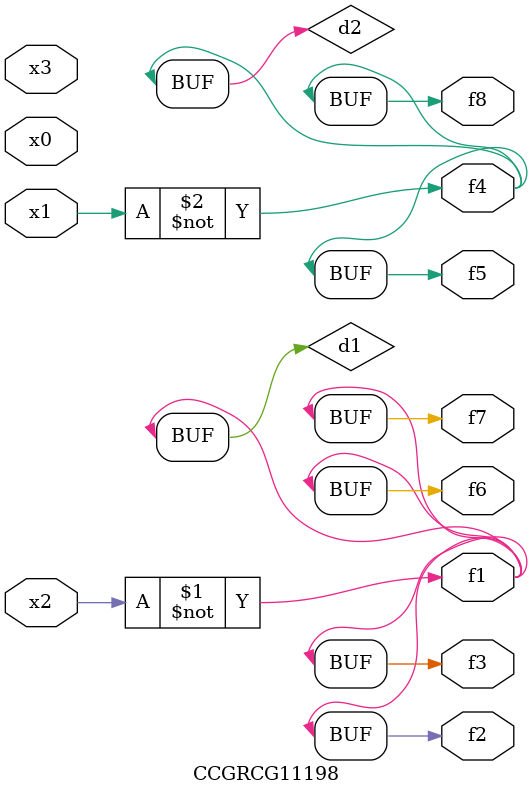
<source format=v>
module CCGRCG11198(
	input x0, x1, x2, x3,
	output f1, f2, f3, f4, f5, f6, f7, f8
);

	wire d1, d2;

	xnor (d1, x2);
	not (d2, x1);
	assign f1 = d1;
	assign f2 = d1;
	assign f3 = d1;
	assign f4 = d2;
	assign f5 = d2;
	assign f6 = d1;
	assign f7 = d1;
	assign f8 = d2;
endmodule

</source>
